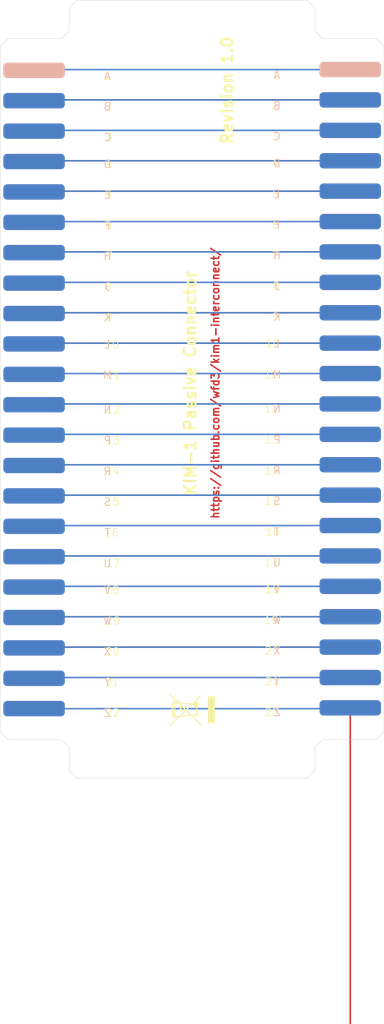
<source format=kicad_pcb>
(kicad_pcb (version 20240108) (generator "pcbnew") (generator_version "8.0")
  (layers (0 "F.Cu" signal) (31 "B.Cu" signal) (34 "B.Paste" user) (35 "F.Paste" user) (36 "B.SilkS" user "B.Silkscreen") (37 "F.SilkS" user "F.Silkscreen") (38 "B.Mask" user) (39 "F.Mask" user) (44 "Edge.Cuts" user))
  (net 0 "")
  (net 1 "Net-(J1-Pin_A)")
  (net 2 "Net-(J1-Pin_17)")
  (net 3 "Net-(J1-Pin_1)")
  (net 4 "Net-(J1-Pin_M)")
  (net 5 "Net-(J1-Pin_8)")
  (net 6 "Net-(J1-Pin_P)")
  (net 7 "Net-(J1-Pin_E)")
  (net 8 "Net-(J1-Pin_11)")
  (net 9 "Net-(J1-Pin_H)")
  (net 10 "Net-(J1-Pin_6)")
  (net 11 "Net-(J1-Pin_14)")
  (net 12 "Net-(J1-Pin_F)")
  (net 13 "Net-(J1-Pin_B)")
  (net 14 "Net-(J1-Pin_T)")
  (net 15 "Net-(J1-Pin_2)")
  (net 16 "Net-(J1-Pin_19)")
  (net 17 "Net-(J1-Pin_4)")
  (net 18 "Net-(J1-Pin_X)")
  (net 19 "Net-(J1-Pin_15)")
  (net 20 "Net-(J1-Pin_20)")
  (net 21 "Net-(J1-Pin_N)")
  (net 22 "Net-(J1-Pin_22)")
  (net 23 "Net-(J1-Pin_U)")
  (net 24 "Net-(J1-Pin_V)")
  (net 25 "Net-(J1-Pin_5)")
  (net 26 "Net-(J1-Pin_13)")
  (net 27 "Net-(J1-Pin_21)")
  (net 28 "Net-(J1-Pin_K)")
  (net 29 "Net-(J1-Pin_D)")
  (net 30 "Net-(J1-Pin_16)")
  (net 31 "Net-(J1-Pin_18)")
  (net 32 "Net-(J1-Pin_7)")
  (net 33 "Net-(J1-Pin_L)")
  (net 34 "Net-(J1-Pin_Y)")
  (net 35 "Net-(J1-Pin_10)")
  (net 36 "Net-(J1-Pin_9)")
  (net 37 "Net-(J1-Pin_S)")
  (net 38 "Net-(J1-Pin_W)")
  (net 39 "Net-(J1-Pin_C)")
  (net 40 "Net-(J1-Pin_3)")
  (net 41 "Net-(J1-Pin_12)")
  (net 42 "Net-(J1-Pin_R)")
  (net 43 "Net-(J1-Pin_J)")
  (net 44 "Net-(J1-Pin_Z)")
  (footprint "kim1:pcb_edge_connector_02x22_right" (layer "F.Cu") (at 145.04 98.96)
    (property "Reference" "J2" (hide yes))
    (property "Value" "Conn_02x22_Top_Bottom")
    (fp_text user "W" (at -4.847619 31.75 0) (layer "B.SilkS") (effects (font (thickness 0.1)) (justify right bottom mirror)))
    (fp_text user "A" (at -4.704762 -39.25 0) (layer "B.SilkS") (effects (font (thickness 0.1)) (justify right bottom mirror)))
    (fp_text user "N" (at -4.8 4.25 0) (layer "B.SilkS") (effects (font (thickness 0.1)) (justify right bottom mirror)))
    (fp_text user "V" (at -4.704762 27.75 0) (layer "B.SilkS") (effects (font (thickness 0.1)) (justify right bottom mirror)))
    (fp_text user "U" (at -4.8 24.25 0) (layer "B.SilkS") (effects (font (thickness 0.1)) (justify right bottom mirror)))
    (fp_text user "K" (at -4.77619 -7.75 0) (layer "B.SilkS") (effects (font (thickness 0.1)) (justify right bottom mirror)))
    (fp_text user "R" (at -4.77619 12.25 0) (layer "B.SilkS") (effects (font (thickness 0.1)) (justify right bottom mirror)))
    (fp_text user "Z" (at -4.752381 43.75 0) (layer "B.SilkS") (effects (font (thickness 0.1)) (justify right bottom mirror)))
    (fp_text user "P" (at -4.77619 8.25 0) (layer "B.SilkS") (effects (font (thickness 0.1)) (justify right bottom mirror)))
    (fp_text user "C" (at -4.77619 -31.25 0) (layer "B.SilkS") (effects (font (thickness 0.1)) (justify right bottom mirror)))
    (fp_text user "T" (at -4.657143 20.25 0) (layer "B.SilkS") (effects (font (thickness 0.1)) (justify right bottom mirror)))
    (fp_text user "L" (at -4.680952 -4.25 0) (layer "B.SilkS") (effects (font (thickness 0.1)) (justify right bottom mirror)))
    (fp_text user "S" (at -4.752381 16.25 0) (layer "B.SilkS") (effects (font (thickness 0.1)) (justify right bottom mirror)))
    (fp_text user "H" (at -4.8 -15.75 0) (layer "B.SilkS") (effects (font (thickness 0.1)) (justify right bottom mirror)))
    (fp_text user "E" (at -4.728571 -23.75 0) (layer "B.SilkS") (effects (font (thickness 0.1)) (justify right bottom mirror)))
    (fp_text user "B" (at -4.77619 -35.25 0) (layer "B.SilkS") (effects (font (thickness 0.1)) (justify right bottom mirror)))
    (fp_text user "Y" (at -4.704762 39.75 0) (layer "B.SilkS") (effects (font (thickness 0.1)) (justify right bottom mirror)))
    (fp_text user "J" (at -4.657143 -11.75 0) (layer "B.SilkS") (effects (font (thickness 0.1)) (justify right bottom mirror)))
    (fp_text user "F" (at -4.704762 -19.75 0) (layer "B.SilkS") (effects (font (thickness 0.1)) (justify right bottom mirror)))
    (fp_text user "D" (at -4.77619 -27.75 0) (layer "B.SilkS") (effects (font (thickness 0.1)) (justify right bottom mirror)))
    (fp_text user "X" (at -4.752381 35.75 0) (layer "B.SilkS") (effects (font (thickness 0.1)) (justify right bottom mirror)))
    (fp_text user "M" (at -4.847619 -0.25 0) (layer "B.SilkS") (effects (font (thickness 0.1)) (justify right bottom mirror)))
    (fp_text user "22" (at -3.847619 43.75 0) (layer "F.SilkS") (effects (font (thickness 0.1)) (justify right bottom)))
    (fp_text user "17" (at -3.895238 24.25 0) (layer "F.SilkS") (effects (font (thickness 0.1)) (justify right bottom)))
    (fp_text user "2" (at -3.871428 -35.25 0) (layer "F.SilkS") (effects (font (thickness 0.1)) (justify right bottom)))
    (fp_text user "6" (at -3.8 -19.75 0) (layer "F.SilkS") (effects (font (thickness 0.1)) (justify right bottom)))
    (fp_text user "1" (at -3.8 -39.25 0) (layer "F.SilkS") (effects (font (thickness 0.1)) (justify right bottom)))
    (fp_text user "12" (at -3.895238 4.25 0) (layer "F.SilkS") (effects (font (thickness 0.1)) (justify right bottom)))
    (fp_text user "13" (at -3.871428 8.25 0) (layer "F.SilkS") (effects (font (thickness 0.1)) (justify right bottom)))
    (fp_text user "8" (at -3.752381 -11.75 0) (layer "F.SilkS") (effects (font (thickness 0.1)) (justify right bottom)))
    (fp_text user "5" (at -3.823809 -23.75 0) (layer "F.SilkS") (effects (font (thickness 0.1)) (justify right bottom)))
    (fp_text user "19" (at -3.942857 31.75 0) (layer "F.SilkS") (effects (font (thickness 0.1)) (justify right bottom)))
    (fp_text user "10" (at -3.77619 -4.25 0) (layer "F.SilkS") (effects (font (thickness 0.1)) (justify right bottom)))
    (fp_text user "7" (at -3.895238 -15.75 0) (layer "F.SilkS") (effects (font (thickness 0.1)) (justify right bottom)))
    (fp_text user "9" (at -3.871428 -7.75 0) (layer "F.SilkS") (effects (font (thickness 0.1)) (justify right bottom)))
    (fp_text user "14" (at -3.871428 12.25 0) (layer "F.SilkS") (effects (font (thickness 0.1)) (justify right bottom)))
    (fp_text user "3" (at -3.871428 -31.25 0) (layer "F.SilkS") (effects (font (thickness 0.1)) (justify right bottom)))
    (fp_text user "15" (at -3.847619 16.25 0) (layer "F.SilkS") (effects (font (thickness 0.1)) (justify right bottom)))
    (fp_text user "18" (at -3.8 27.75 0) (layer "F.SilkS") (effects (font (thickness 0.1)) (justify right bottom)))
    (fp_text user "20" (at -3.847619 35.75 0) (layer "F.SilkS") (effects (font (thickness 0.1)) (justify right bottom)))
    (fp_text user "11" (at -3.942857 -0.25 0) (layer "F.SilkS") (effects (font (thickness 0.1)) (justify right bottom)))
    (fp_text user "21" (at -3.8 39.75 0) (layer "F.SilkS") (effects (font (thickness 0.1)) (justify right bottom)))
    (fp_text user "16" (at -3.752381 20.25 0) (layer "F.SilkS") (effects (font (thickness 0.1)) (justify right bottom)))
    (fp_text user "4" (at -3.871428 -27.75 0) (layer "F.SilkS") (effects (font (thickness 0.1)) (justify right bottom)))
    (pad "1" connect roundrect (at 5.35 -40.55) (size 8 2) (layers "F.Cu" "F.Mask") (net 3 "Net-(J1-Pin_1)"))
    (pad "2" connect roundrect (at 5.35 -36.6) (size 8 2) (layers "F.Cu" "F.Mask") (net 15 "Net-(J1-Pin_2)"))
    (pad "3" connect roundrect (at 5.35 -32.63) (size 8 2) (layers "F.Cu" "F.Mask") (net 40 "Net-(J1-Pin_3)"))
    (pad "4" connect roundrect (at 5.35 -28.67) (size 8 2) (layers "F.Cu" "F.Mask") (net 17 "Net-(J1-Pin_4)"))
    (pad "5" connect roundrect (at 5.35 -24.71) (size 8 2) (layers "F.Cu" "F.Mask") (net 25 "Net-(J1-Pin_5)"))
    (pad "6" connect roundrect (at 5.35 -20.75) (size 8 2) (layers "F.Cu" "F.Mask") (net 10 "Net-(J1-Pin_6)"))
    (pad "7" connect roundrect (at 5.35 -16.8) (size 8 2) (layers "F.Cu" "F.Mask") (net 32 "Net-(J1-Pin_7)"))
    (pad "8" connect roundrect (at 5.35 -12.83) (size 8 2) (layers "F.Cu" "F.Mask") (net 5 "Net-(J1-Pin_8)"))
    (pad "9" connect roundrect (at 5.35 -8.87) (size 8 2) (layers "F.Cu" "F.Mask") (net 36 "Net-(J1-Pin_9)"))
    (pad "10" connect roundrect (at 5.35 -4.91) (size 8 2) (layers "F.Cu" "F.Mask") (net 35 "Net-(J1-Pin_10)"))
    (pad "11" connect roundrect (at 5.35 -0.95) (size 8 2) (layers "F.Cu" "F.Mask") (net 8 "Net-(J1-Pin_11)"))
    (pad "12" connect roundrect (at 5.35 3.01) (size 8 2) (layers "F.Cu" "F.Mask") (net 41 "Net-(J1-Pin_12)"))
    (pad "13" connect roundrect (at 5.35 6.97) (size 8 2) (layers "F.Cu" "F.Mask") (net 26 "Net-(J1-Pin_13)"))
    (pad "14" connect roundrect (at 5.35 10.93) (size 8 2) (layers "F.Cu" "F.Mask") (net 11 "Net-(J1-Pin_14)"))
    (pad "15" connect roundrect (at 5.35 14.89) (size 8 2) (layers "F.Cu" "F.Mask") (net 19 "Net-(J1-Pin_15)"))
    (pad "16" connect roundrect (at 5.35 18.85) (size 8 2) (layers "F.Cu" "F.Mask") (net 30 "Net-(J1-Pin_16)"))
    (pad "17" connect roundrect (at 5.35 22.81) (size 8 2) (layers "F.Cu" "F.Mask") (net 2 "Net-(J1-Pin_17)"))
    (pad "18" connect roundrect (at 5.35 26.77) (size 8 2) (layers "F.Cu" "F.Mask") (net 31 "Net-(J1-Pin_18)"))
    (pad "19" connect roundrect (at 5.35 30.73) (size 8 2) (layers "F.Cu" "F.Mask") (net 16 "Net-(J1-Pin_19)"))
    (pad "20" connect roundrect (at 5.35 34.69) (size 8 2) (layers "F.Cu" "F.Mask") (net 20 "Net-(J1-Pin_20)"))
    (pad "21" connect roundrect (at 5.35 38.65) (size 8 2) (layers "F.Cu" "F.Mask") (net 27 "Net-(J1-Pin_21)"))
    (pad "22" connect roundrect (at 5.35 42.6) (size 8 2) (layers "F.Cu" "F.Mask") (net 22 "Net-(J1-Pin_22)"))
    (pad "A" connect roundrect (at 5.35 -40.55) (size 8 2) (layers "B.Cu" "B.SilkS" "F.Mask") (net 1 "Net-(J1-Pin_A)"))
    (pad "B" connect roundrect (at 5.35 -36.6) (size 8 2) (layers "B.Cu" "F.Mask") (net 13 "Net-(J1-Pin_B)"))
    (pad "C" connect roundrect (at 5.35 -32.63) (size 8 2) (layers "B.Cu" "F.Mask") (net 39 "Net-(J1-Pin_C)"))
    (pad "D" connect roundrect (at 5.35 -28.67) (size 8 2) (layers "B.Cu" "F.Mask") (net 29 "Net-(J1-Pin_D)"))
    (pad "E" connect roundrect (at 5.35 -24.71) (size 8 2) (layers "B.Cu" "F.Mask") (net 7 "Net-(J1-Pin_E)"))
    (pad "F" connect roundrect (at 5.35 -20.75) (size 8 2) (layers "B.Cu" "F.Mask") (net 12 "Net-(J1-Pin_F)"))
    (pad "H" connect roundrect (at 5.35 -16.8) (size 8 2) (layers "B.Cu" "F.Mask") (net 9 "Net-(J1-Pin_H)"))
    (pad "J" connect roundrect (at 5.35 -12.83) (size 8 2) (layers "B.Cu" "F.Mask") (net 43 "Net-(J1-Pin_J)"))
    (pad "K" connect roundrect (at 5.35 -8.87) (size 8 2) (layers "B.Cu" "F.Mask") (net 28 "Net-(J1-Pin_K)"))
    (pad "L" connect roundrect (at 5.35 -4.91) (size 8 2) (layers "B.Cu" "F.Mask") (net 33 "Net-(J1-Pin_L)"))
    (pad "M" connect roundrect (at 5.35 -0.95) (size 8 2) (layers "B.Cu" "F.Mask") (net 4 "Net-(J1-Pin_M)"))
    (pad "N" connect roundrect (at 5.35 3.01) (size 8 2) (layers "B.Cu" "F.Mask") (net 21 "Net-(J1-Pin_N)"))
    (pad "P" connect roundrect (at 5.35 6.97) (size 8 2) (layers "B.Cu" "F.Mask") (net 6 "Net-(J1-Pin_P)"))
    (pad "R" connect roundrect (at 5.35 10.93) (size 8 2) (layers "B.Cu" "F.Mask") (net 42 "Net-(J1-Pin_R)"))
    (pad "S" connect roundrect (at 5.35 14.89) (size 8 2) (layers "B.Cu" "F.Mask") (net 37 "Net-(J1-Pin_S)"))
    (pad "T" connect roundrect (at 5.35 18.85) (size 8 2) (layers "B.Cu" "F.Mask") (net 14 "Net-(J1-Pin_T)"))
    (pad "U" connect roundrect (at 5.35 22.81) (size 8 2) (layers "B.Cu" "F.Mask") (net 23 "Net-(J1-Pin_U)"))
    (pad "V" connect roundrect (at 5.35 26.77) (size 8 2) (layers "B.Cu" "F.Mask") (net 24 "Net-(J1-Pin_V)"))
    (pad "W" connect roundrect (at 5.35 30.73) (size 8 2) (layers "B.Cu" "F.Mask") (net 38 "Net-(J1-Pin_W)"))
    (pad "X" connect roundrect (at 5.35 34.69) (size 8 2) (layers "B.Cu" "F.Mask") (net 18 "Net-(J1-Pin_X)"))
    (pad "Y" connect roundrect (at 5.35 38.65) (size 8 2) (layers "B.Cu" "F.Mask") (net 34 "Net-(J1-Pin_Y)"))
    (pad "Z" connect roundrect (at 5.35 42.6) (size 8 2) (layers "B.Cu" "F.Mask") (net 44 "Net-(J1-Pin_Z)"))
  )
  (footprint "Symbol:WEEE-Logo_4.2x6mm_SilkScreen" (layer "F.Cu") (at 129.71 141.81 90)
    (property "Reference" "REF**" (hide yes))
    (property "Value" "WEEE-Logo_4.2x6mm_SilkScreen" (hide yes))
    (fp_poly (pts (xy 1.747822 3.017822) (xy -1.772971 3.017822) (xy -1.772971 2.150198) (xy 1.747822 2.150198) (xy 1.747822 3.017822)) (stroke (width 0.01)) (fill solid) (layer "F.SilkS"))
    (fp_poly (pts (xy 2.12443 -2.935152) (xy 2.123811 -2.848069) (xy 1.672086 -2.389109) (xy 1.220361 -1.930148) (xy 1.220032 -1.719529) (xy 1.219703 -1.508911) (xy 0.94461 -1.508911) (xy 0.937522 -1.45547) (xy 0.934838 -1.431112) (xy 0.930313 -1.385241) (xy 0.924191 -1.320595) (xy 0.916712 -1.239909) (xy 0.908119 -1.145919) (xy 0.898654 -1.041363) (xy 0.888558 -0.928975) (xy 0.878074 -0.811493) (xy 0.867444 -0.691652) (xy 0.856909 -0.572189) (xy 0.846713 -0.455841) (xy 0.837095 -0.345343) (xy 0.8283 -0.243431) (xy 0.820568 -0.152842) (xy 0.814142 -0.076313) (xy 0.809263 -0.016579) (xy 0.806175 0.023624) (xy 0.805117 0.041559) (xy 0.805118 0.041644) (xy 0.812827 0.056035) (xy 0.835981 0.085748) (xy 0.874895 0.131131) (xy 0.929884 0.192529) (xy 1.001264 0.270288) (xy 1.089349 0.364754) (xy 1.194454 0.476272) (xy 1.316895 0.605188) (xy 1.35131 0.641287) (xy 1.897137 1.213416) (xy 1.808881 1.301436) (xy 1.737485 1.223758) (xy 1.711366 1.195686) (xy 1.670566 1.152274) (xy 1.617777 1.096366) (xy 1.555691 1.030808) (xy 1.487 0.958441) (xy 1.414396 0.882112) (xy 1.37096 0.836524) (xy 1.289416 0.751119) (xy 1.223504 0.68271) (xy 1.171544 0.630053) (xy 1.131855 0.591905) (xy 1.102757 0.56702) (xy 1.082569 0.554156) (xy 1.06961 0.552068) (xy 1.0622 0.559513) (xy 1.058658 0.575246) (xy 1.057303 0.598023) (xy 1.057121 0.604239) (xy 1.047703 0.647061) (xy 1.024497 0.698819) (xy 0.992136 0.751328) (xy 0.955252 0.796403) (xy 0.940493 0.810328) (xy 0.864767 0.859047) (xy 0.776308 0.886306) (xy 0.6981 0.892773) (xy 0.609468 0.880576) (xy 0.527612 0.844813) (xy 0.455164 0.786722) (xy 0.441797 0.772262) (xy 0.392918 0.716733) (xy -0.452674 0.716733) (xy -0.452674 0.892773) (xy -0.67901 0.892773) (xy -0.67901 0.810531) (xy -0.68185 0.754386) (xy -0.691393 0.715416) (xy -0.702991 0.694219) (xy -0.711277 0.679052) (xy -0.718373 0.657062) (xy -0.724748 0.624987) (xy -0.730872 0.579569) (xy -0.737216 0.517548) (xy -0.74425 0.435662) (xy -0.749066 0.374746) (xy -0.771161 0.089343) (xy -1.313565 0.638805) (xy -1.411637 0.738228) (xy -1.505784 0.833815) (xy -1.594285 0.92381) (xy -1.67542 1.006457) (xy -1.747469 1.080001) (xy -1.808712 1.142684) (xy -1.857427 1.192752) (xy -1.891896 1.228448) (xy -1.910379 1.247995) (xy -1.940743 1.278944) (xy -1.966071 1.30053) (xy -1.979695 1.307723) (xy -1.997095 1.299297) (xy -2.02246 1.278245) (xy -2.031058 1.269671) (xy -2.067514 1.23162) (xy -1.866802 1.027658) (xy -1.815596 0.975699) (xy -1.749569 0.90882) (xy -1.671618 0.82995) (xy -1.584638 0.742014) (xy -1.491526 0.647941) (xy -1.395179 0.550658) (xy -1.298492 0.453093) (xy -1.229134 0.383145) (xy -1.123703 0.27655) (xy -1.035129 0.186307) (xy -0.962281 0.111192) (xy -0.904023 0.049986) (xy -0.859225 0.001466) (xy -0.837021 -0.023871) (xy -0.658724 -0.023871) (xy -0.636401 0.261555) (xy -0.629669 0.345219) (xy -0.623157 0.421727) (xy -0.617234 0.487081) (xy -0.612268 0.537281) (xy -0.608629 0.568329) (xy -0.607458 0.575273) (xy -0.600838 0.603565) (xy 0.348636 0.603565) (xy 0.354974 0.524606) (xy 0.37411 0.431315) (xy 0.414154 0.348791) (xy 0.472582 0.280038) (xy 0.546871 0.228063) (xy 0.630252 0.196863) (xy 0.657302 0.182228) (xy 0.670844 0.150819) (xy 0.671128 0.149434) (xy 0.672753 0.136174) (xy 0.670744 0.122595) (xy 0.663142 0.106181) (xy 0.647984 0.084411) (xy 0.623312 0.054767) (xy 0.587164 0.014732) (xy 0.53758 -0.038215) (xy 0.472599 -0.106591) (xy 0.468401 -0.110995) (xy 0.398507 -0.184389) (xy 0.3242 -0.262563) (xy 0.250586 -0.340136) (xy 0.182771 -0.411725) (xy 0.12586 -0.471949) (xy 0.113168 -0.485413) (xy 0.064513 -0.53618) (xy 0.021291 -0.579625) (xy -0.013395 -0.612759) (xy -0.036444 -0.632595) (xy -0.044182 -0.636954) (xy -0.055722 -0.62783) (xy -0.08271 -0.6028) (xy -0.123021 -0.563948) (xy -0.174529 -0.513357) (xy -0.235109 -0.453112) (xy -0.302636 -0.385296) (xy -0.357826 -0.329435) (xy -0.658724 -0.023871) (xy -0.837021 -0.023871) (xy -0.826751 -0.035589) (xy -0.805471 -0.062401) (xy -0.794251 -0.080192) (xy -0.791754 -0.08843) (xy -0.7927 -0.10641) (xy -0.795573 -0.147108) (xy -0.800187 -0.208181) (xy -0.806358 -0.287287) (xy -0.813898 -0.382086) (xy -0.822621 -0.490233) (xy -0.832343 -0.609388) (xy -0.842876 -0.737209) (xy -0.851365 -0.839365) (xy -0.899396 -1.415326) (xy -0.775805 -1.415326) (xy -0.775273 -1.402896) (xy -0.772769 -1.36789) (xy -0.768496 -1.312785) (xy -0.762653 -1.240057) (xy -0.755443 -1.152186) (xy -0.747066 -1.051649) (xy -0.737723 -0.940923) (xy -0.728758 -0.835795) (xy -0.718602 -0.716517) (xy -0.709142 -0.60392) (xy -0.700596 -0.500695) (xy -0.693179 -0.409527) (xy -0.687108 -0.333105) (xy -0.682601 -0.274117) (xy -0.679873 -0.235251) (xy -0.679116 -0.220156) (xy -0.677935 -0.210762) (xy -0.673256 -0.207034) (xy -0.663276 -0.210529) (xy -0.64619 -0.222801) (xy -0.620196 -0.245406) (xy -0.58349 -0.2799) (xy -0.534267 -0.327838) (xy -0.470726 -0.390776) (xy -0.403305 -0.458032) (xy -0.127601 -0.733523) (xy -0.129533 -0.735594) (xy 0.05271 -0.735594) (xy 0.061016 -0.72422) (xy 0.084267 -0.697437) (xy 0.120135 -0.657708) (xy 0.166287 -0.607493) (xy 0.220394 -0.549254) (xy 0.280126 -0.485453) (xy 0.343152 -0.418551) (xy 0.407142 -0.35101) (xy 0.469764 -0.28529) (xy 0.52869 -0.223854) (xy 0.581588 -0.169163) (xy 0.626128 -0.123678) (xy 0.65998 -0.089862) (xy 0.680812 -0.070174) (xy 0.686494 -0.066163) (xy 0.688366 -0.079109) (xy 0.692254 -0.114866) (xy 0.697943 -0.171196) (xy 0.705219 -0.24586) (xy 0.713869 -0.33662) (xy 0.723678 -0.441238) (xy 0.734434 -0.557474) (xy 0.745921 -0.683092) (xy 0.755093 -0.784382) (xy 0.766826 -0.915721) (xy 0.777665 -1.039448) (xy 0.78743 -1.153319) (xy 0.795937 -1.255089) (xy 0.803005 -1.342513) (xy 0.808451 -1.413347) (xy 0.812092 -1.465347) (xy 0.813747 -1.496268) (xy 0.813558 -1.504297) (xy 0.803666 -1.497146) (xy 0.778476 -1.474159) (xy 0.74019 -1.437561) (xy 0.691011 -1.389578) (xy 0.633139 -1.332434) (xy 0.568778 -1.268353) (xy 0.500129 -1.199562) (xy 0.429395 -1.128284) (xy 0.358778 -1.056745) (xy 0.29048 -0.98717) (xy 0.226704 -0.921783) (xy 0.16965 -0.862809) (xy 0.121522 -0.812473) (xy 0.084522 -0.773001) (xy 0.060852 -0.746617) (xy 0.05271 -0.735594) (xy -0.129533 -0.735594) (xy -0.230409 -0.843705) (xy -0.282768 -0.899623) (xy -0.341535 -0.962052) (xy -0.404385 -1.028557) (xy -0.468995 -1.096702) (xy -0.533042 -1.164052) (xy -0.594203 -1.228172) (xy -0.650153 -1.286628) (xy -0.69857 -1.336982) (xy -0.73713 -1.376802) (xy -0.763509 -1.40365) (xy -0.775384 -1.415092) (xy -0.775805 -1.415326) (xy -0.899396 -1.415326) (xy -0.911401 -1.559274) (xy -1.511938 -2.190842) (xy -2.112475 -2.822411) (xy -2.112034 -2.910685) (xy -2.111592 -2.99896) (xy -2.014583 -2.895334) (xy -1.960291 -2.837537) (xy -1.896192 -2.769632) (xy -1.824016 -2.693428) (xy -1.745492 -2.610731) (xy -1.662349 -2.523347) (xy -1.576319 -2.433085) (xy -1.48913 -2.34175) (xy -1.402513 -2.251151) (xy -1.318197 -2.163093) (xy -1.237912 -2.079385) (xy -1.163387 -2.001833) (xy -1.096354 -1.932243) (xy -1.038541 -1.872424) (xy -0.991679 -1.824182) (xy -0.957496 -1.789324) (xy -0.937724 -1.769657) (xy -0.93339 -1.765884) (xy -0.933092 -1.779008) (xy -0.934731 -1.812611) (xy -0.938023 -1.86212) (xy -0.942682 -1.922963) (xy -0.944682 -1.947268) (xy -0.959577 -2.125049) (xy -0.842955 -2.125049) (xy -0.836934 -2.096757) (xy -0.833863 -2.074382) (xy -0.829548 -2.032283) (xy -0.824488 -1.975822) (xy -0.819181 -1.910365) (xy -0.817344 -1.886138) (xy -0.811927 -1.816579) (xy -0.806459 -1.751982) (xy -0.801488 -1.698452) (xy -0.797561 -1.66209) (xy -0.796675 -1.655491) (xy -0.793334 -1.641944) (xy -0.786101 -1.626086) (xy -0.77344 -1.606139) (xy -0.753811 -1.580327) (xy -0.725678 -1.546871) (xy -0.687502 -1.503993) (xy -0.637746 -1.449917) (xy -0.574871 -1.382864) (xy -0.497341 -1.301057) (xy -0.418251 -1.21805) (xy -0.339564 -1.135906) (xy -0.266112 -1.059831) (xy -0.199724 -0.991675) (xy -0.142227 -0.933288) (xy -0.095451 -0.886519) (xy -0.061224 -0.853218) (xy -0.041373 -0.835233) (xy -0.03714 -0.832558) (xy -0.026003 -0.842259) (xy 0.000029 -0.867559) (xy 0.03843 -0.905918) (xy 0.086672 -0.9548) (xy 0.14223 -1.011666) (xy 0.182408 -1.053094) (xy 0.392169 -1.27) (xy -0.226337 -1.27) (xy -0.226337 -1.508911) (xy 0.528119 -1.508911) (xy 0.528119 -1.402458) (xy 0.666435 -1.540346) (xy 0.764553 -1.63816) (xy 0.955643 -1.63816) (xy 0.957471 -1.62273) (xy 0.966723 -1.614133) (xy 0.98905 -1.610387) (xy 1.030105 -1.609511) (xy 1.037376 -1.609505) (xy 1.119109 -1.609505) (xy 1.119109 -1.828828) (xy 1.037376 -1.747821) (xy 0.99127 -1.698572) (xy 0.963694 -1.660841) (xy 0.955643 -1.63816) (xy 0.764553 -1.63816) (xy 0.804752 -1.678234) (xy 0.804752 -1.801048) (xy 0.805137 -1.85755) (xy 0.8069 -1.893495) (xy 0.81095 -1.91347) (xy 0.818199 -1.922063) (xy 0.82913 -1.923861) (xy 0.841288 -1.926502) (xy 0.850273 -1.937088) (xy 0.857174 -1.959619) (xy 0.863076 -1.998091) (xy 0.869065 -2.056502) (xy 0.870987 -2.077896) (xy 0.875148 -2.125049) (xy -0.842955 -2.125049) (xy -0.959577 -2.125049) (xy -1.119109 -2.125049) (xy -1.119109 -2.238218) (xy -1.051314 -2.238218) (xy -1.011662 -2.239304) (xy -0.990116 -2.244546) (xy -0.98748 -2.247666) (xy -0.848616 -2.247666) (xy -0.841308 -2.240538) (xy -0.815993 -2.238338) (xy -0.798908 -2.238218) (xy -0.741881 -2.238218) (xy -0.529221 -2.238218) (xy 0.885302 -2.238218) (xy 0.837458 -2.287214) (xy 0.76315 -2.347676) (xy 0.671184 -2.394309) (xy 0.560002 -2.427751) (xy 0.449529 -2.446247) (xy 0.377227 -2.454878) (xy 0.377227 -2.36396) (xy -0.201188 -2.36396) (xy -0.201188 -2.467107) (xy -0.286065 -2.458504) (xy -0.345368 -2.451244) (xy -0.408551 -2.441621) (xy -0.446386 -2.434748) (xy -0.521832 -2.419593) (xy -0.525526 -2.328905) (xy -0.529221 -2.238218) (xy -0.741881 -2.238218) (xy -0.741881 -2.288515) (xy -0.743544 -2.320024) (xy -0.747697 -2.337537) (xy -0.749371 -2.338812) (xy -0.767987 -2.330746) (xy -0.795183 -2.31118) (xy -0.822448 -2.287056) (xy -0.841267 -2.265318) (xy -0.842943 -2.262492) (xy -0.848616 -2.247666) (xy -0.98748 -2.247666) (xy -0.979662 -2.256919) (xy -0.975442 -2.270396) (xy -0.958219 -2.305373) (xy -0.925138 -2.347421) (xy -0.881893 -2.390644) (xy -0.834174 -2.429146) (xy -0.80283 -2.449199) (xy -0.767123 -2.471149) (xy -0.748819 -2.489589) (xy -0.742388 -2.511332) (xy -0.741894 -2.524282) (xy -0.741894 -2.527425) (xy -0.100594 -2.527425) (xy -0.100594 -2.464554) (xy 0.276633 -2.464554) (xy 0.276633 -2.527425) (xy -0.100594 -2.527425) (xy -0.741894 -2.527425) (xy -0.741881 -2.565148) (xy -0.636048 -2.565148) (xy -0.587355 -2.563971) (xy -0.549405 -2.560835) (xy -0.528308 -2.556329) (xy -0.526023 -2.554505) (xy -0.512641 -2.551705) (xy -0.480074 -2.552852) (xy -0.433916 -2.557607) (xy -0.402376 -2.561997) (xy -0.345188 -2.570622) (xy -0.292886 -2.578409) (xy -0.253582 -2.584153) (xy -0.242055 -2.585785) (xy -0.211937 -2.595112) (xy -0.201188 -2.609728) (xy -0.19792 -2.61568) (xy -0.18623 -2.620222) (xy -0.163288 -2.62353) (xy -0.126265 -2.625785) (xy -0.072332 -2.627166) (xy 0.00134 -2.62785) (xy 0.08802 -2.62802) (xy 0.180529 -2.627923) (xy 0.250906 -2.62747) (xy 0.302164 -2.62641) (xy 0.33732 -2.624497) (xy 0.359389 -2.621481) (xy 0.371385 -2.617115) (xy 0.376324 -2.611151) (xy 0.377227 -2.604216) (xy 0.384921 -2.582205) (xy 0.410121 -2.569679) (xy 0.456009 -2.565212) (xy 0.464264 -2.565148) (xy 0.541973 -2.557132) (xy 0.630233 -2.535064) (xy 0.721085 -2.501916) (xy 0.80657 -2.460661) (xy 0.878726 -2.414269) (xy 0.888072 -2.406918) (xy 0.918533 -2.383002) (xy 0.936572 -2.373424) (xy 0.949169 -2.37652) (xy 0.9621 -2.389296) (xy 1.000293 -2.414322) (xy 1.049998 -2.423929) (xy 1.103524 -2.418933) (xy 1.153178 -2.400149) (xy 1.191267 -2.368394) (xy 1.194025 -2.364703) (xy 1.222526 -2.305425) (xy 1.227828 -2.244066) (xy 1.210518 -2.185573) (xy 1.17118 -2.134896) (xy 1.16637 -2.130711) (xy 1.13844 -2.110833) (xy 1.110102 -2.102079) (xy 1.070263 -2.101447) (xy 1.060311 -2.102008) (xy 1.021332 -2.103438) (xy 1.001254 -2.100161) (xy 0.993985 -2.090272) (xy 0.99324 -2.081039) (xy 0.991716 -2.054256) (xy 0.987935 -2.013975) (xy 0.985218 -1.989876) (xy 0.981277 -1.951599) (xy 0.982916 -1.932004) (xy 0.992421 -1.924842) (xy 1.009351 -1.923861) (xy 1.019392 -1.927099) (xy 1.03559 -1.93758) (xy 1.059145 -1.956452) (xy 1.091257 -1.984865) (xy 1.133128 -2.023965) (xy 1.185957 -2.074903) (xy 1.250945 -2.138827) (xy 1.329291 -2.216886) (xy 1.422197 -2.310228) (xy 1.530863 -2.420002) (xy 1.583231 -2.473048) (xy 2.125049 -3.022233) (xy 2.12443 -2.935152)) (stroke (width 0.01)) (fill solid) (layer "F.SilkS"))
  )
  (footprint "kim1:pcb_edge_connector_02x22_left" (layer "F.Cu") (at 111.83 99.06)
    (property "Reference" "J1" (hide yes))
    (property "Value" "Conn_02x22_Top_Bottom")
    (fp_text user "U" (at 7.5 24.25 0) (layer "B.SilkS") (effects (font (thickness 0.1)) (justify left bottom mirror)))
    (fp_text user "X" (at 7.452381 35.75 0) (layer "B.SilkS") (effects (font (thickness 0.1)) (justify left bottom mirror)))
    (fp_text user "Y" (at 7.404762 39.75 0) (layer "B.SilkS") (effects (font (thickness 0.1)) (justify left bottom mirror)))
    (fp_text user "L" (at 7.380952 -4.25 0) (layer "B.SilkS") (effects (font (thickness 0.1)) (justify left bottom mirror)))
    (fp_text user "M" (at 7.547619 -0.25 0) (layer "B.SilkS") (effects (font (thickness 0.1)) (justify left bottom mirror)))
    (fp_text user "R" (at 7.47619 12.25 0) (layer "B.SilkS") (effects (font (thickness 0.1)) (justify left bottom mirror)))
    (fp_text user "D" (at 7.47619 -27.75 0) (layer "B.SilkS") (effects (font (thickness 0.1)) (justify left bottom mirror)))
    (fp_text user "P" (at 7.47619 8.25 0) (layer "B.SilkS") (effects (font (thickness 0.1)) (justify left bottom mirror)))
    (fp_text user "T" (at 7.357143 20.25 0) (layer "B.SilkS") (effects (font (thickness 0.1)) (justify left bottom mirror)))
    (fp_text user "F" (at 7.404762 -19.75 0) (layer "B.SilkS") (effects (font (thickness 0.1)) (justify left bottom mirror)))
    (fp_text user "B" (at 7.47619 -35.25 0) (layer "B.SilkS") (effects (font (thickness 0.1)) (justify left bottom mirror)))
    (fp_text user "A" (at 7.404762 -39.25 0) (layer "B.SilkS") (effects (font (thickness 0.1)) (justify left bottom mirror)))
    (fp_text user "E" (at 7.428571 -23.75 0) (layer "B.SilkS") (effects (font (thickness 0.1)) (justify left bottom mirror)))
    (fp_text user "C" (at 7.47619 -31.25 0) (layer "B.SilkS") (effects (font (thickness 0.1)) (justify left bottom mirror)))
    (fp_text user "N" (at 7.5 4.25 0) (layer "B.SilkS") (effects (font (thickness 0.1)) (justify left bottom mirror)))
    (fp_text user "K" (at 7.47619 -7.75 0) (layer "B.SilkS") (effects (font (thickness 0.1)) (justify left bottom mirror)))
    (fp_text user "S" (at 7.452381 16.25 0) (layer "B.SilkS") (effects (font (thickness 0.1)) (justify left bottom mirror)))
    (fp_text user "V" (at 7.404762 27.75 0) (layer "B.SilkS") (effects (font (thickness 0.1)) (justify left bottom mirror)))
    (fp_text user "J" (at 7.357143 -11.75 0) (layer "B.SilkS") (effects (font (thickness 0.1)) (justify left bottom mirror)))
    (fp_text user "W" (at 7.547619 31.75 0) (layer "B.SilkS") (effects (font (thickness 0.1)) (justify left bottom mirror)))
    (fp_text user "Z" (at 7.452381 43.75 0) (layer "B.SilkS") (effects (font (thickness 0.1)) (justify left bottom mirror)))
    (fp_text user "H" (at 7.5 -15.75 0) (layer "B.SilkS") (effects (font (thickness 0.1)) (justify left bottom mirror)))
    (fp_text user "13" (at 6.571428 8.25 0) (layer "F.SilkS") (effects (font (thickness 0.1)) (justify left bottom)))
    (fp_text user "22" (at 6.547619 43.75 0) (layer "F.SilkS") (effects (font (thickness 0.1)) (justify left bottom)))
    (fp_text user "12" (at 6.595238 4.25 0) (layer "F.SilkS") (effects (font (thickness 0.1)) (justify left bottom)))
    (fp_text user "11" (at 6.642857 -0.25 0) (layer "F.SilkS") (effects (font (thickness 0.1)) (justify left bottom)))
    (fp_text user "17" (at 6.595238 24.25 0) (layer "F.SilkS") (effects (font (thickness 0.1)) (justify left bottom)))
    (fp_text user "2" (at 6.571428 -35.25 0) (layer "F.SilkS") (effects (font (thickness 0.1)) (justify left bottom)))
    (fp_text user "9" (at 6.571428 -7.75 0) (layer "F.SilkS") (effects (font (thickness 0.1)) (justify left bottom)))
    (fp_text user "7" (at 6.595238 -15.75 0) (layer "F.SilkS") (effects (font (thickness 0.1)) (justify left bottom)))
    (fp_text user "3" (at 6.571428 -31.25 0) (layer "F.SilkS") (effects (font (thickness 0.1)) (justify left bottom)))
    (fp_text user "15" (at 6.547619 16.25 0) (layer "F.SilkS") (effects (font (thickness 0.1)) (justify left bottom)))
    (fp_text user "5" (at 6.523809 -23.75 0) (layer "F.SilkS") (effects (font (thickness 0.1)) (justify left bottom)))
    (fp_text user "20" (at 6.547619 35.75 0) (layer "F.SilkS") (effects (font (thickness 0.1)) (justify left bottom)))
    (fp_text user "6" (at 6.5 -19.75 0) (layer "F.SilkS") (effects (font (thickness 0.1)) (justify left bottom)))
    (fp_text user "10" (at 6.47619 -4.25 0) (layer "F.SilkS") (effects (font (thickness 0.1)) (justify left bottom)))
    (fp_text user "19" (at 6.642857 31.75 0) (layer "F.SilkS") (effects (font (thickness 0.1)) (justify left bottom)))
    (fp_text user "21" (at 6.5 39.75 0) (layer "F.SilkS") (effects (font (thickness 0.1)) (justify left bottom)))
    (fp_text user "4" (at 6.571428 -27.75 0) (layer "F.SilkS") (effects (font (thickness 0.1)) (justify left bottom)))
    (fp_text user "14" (at 6.571428 12.25 0) (layer "F.SilkS") (effects (font (thickness 0.1)) (justify left bottom)))
    (fp_text user "18" (at 6.5 27.75 0) (layer "F.SilkS") (effects (font (thickness 0.1)) (justify left bottom)))
    (fp_text user "16" (at 6.452381 20.25 0) (layer "F.SilkS") (effects (font (thickness 0.1)) (justify left bottom)))
    (fp_text user "1" (at 6.5 -39.25 0) (layer "F.SilkS") (effects (font (thickness 0.1)) (justify left bottom)))
    (fp_text user "8" (at 6.452381 -11.75 0) (layer "F.SilkS") (effects (font (thickness 0.1)) (justify left bottom)))
    (pad "1" connect roundrect (at -2.65 -40.55) (size 8 2) (layers "F.Cu" "F.Mask") (net 3 "Net-(J1-Pin_1)"))
    (pad "2" connect roundrect (at -2.65 -36.6) (size 8 2) (layers "F.Cu" "F.Mask") (net 15 "Net-(J1-Pin_2)"))
    (pad "3" connect roundrect (at -2.65 -32.63) (size 8 2) (layers "F.Cu" "F.Mask") (net 40 "Net-(J1-Pin_3)"))
    (pad "4" connect roundrect (at -2.65 -28.67) (size 8 2) (layers "F.Cu" "F.Mask") (net 17 "Net-(J1-Pin_4)"))
    (pad "5" connect roundrect (at -2.65 -24.71) (size 8 2) (layers "F.Cu" "F.Mask") (net 25 "Net-(J1-Pin_5)"))
    (pad "6" connect roundrect (at -2.65 -20.75) (size 8 2) (layers "F.Cu" "F.Mask") (net 10 "Net-(J1-Pin_6)"))
    (pad "7" connect roundrect (at -2.65 -16.8) (size 8 2) (layers "F.Cu" "F.Mask") (net 32 "Net-(J1-Pin_7)"))
    (pad "8" connect roundrect (at -2.65 -12.83) (size 8 2) (layers "F.Cu" "F.Mask") (net 5 "Net-(J1-Pin_8)"))
    (pad "9" connect roundrect (at -2.65 -8.87) (size 8 2) (layers "F.Cu" "F.Mask") (net 36 "Net-(J1-Pin_9)"))
    (pad "10" connect roundrect (at -2.65 -4.91) (size 8 2) (layers "F.Cu" "F.Mask") (net 35 "Net-(J1-Pin_10)"))
    (pad "11" connect roundrect (at -2.65 -0.95) (size 8 2) (layers "F.Cu" "F.Mask") (net 8 "Net-(J1-Pin_11)"))
    (pad "12" connect roundrect (at -2.65 3.01) (size 8 2) (layers "F.Cu" "F.Mask") (net 41 "Net-(J1-Pin_12)"))
    (pad "13" connect roundrect (at -2.65 6.97) (size 8 2) (layers "F.Cu" "F.Mask") (net 26 "Net-(J1-Pin_13)"))
    (pad "14" connect roundrect (at -2.65 10.93) (size 8 2) (layers "F.Cu" "F.Mask") (net 11 "Net-(J1-Pin_14)"))
    (pad "15" connect roundrect (at -2.65 14.89) (size 8 2) (layers "F.Cu" "F.Mask") (net 19 "Net-(J1-Pin_15)"))
    (pad "16" connect roundrect (at -2.65 18.85) (size 8 2) (layers "F.Cu" "F.Mask") (net 30 "Net-(J1-Pin_16)"))
    (pad "17" connect roundrect (at -2.65 22.81) (size 8 2) (layers "F.Cu" "F.Mask") (net 2 "Net-(J1-Pin_17)"))
    (pad "18" connect roundrect (at -2.65 26.77) (size 8 2) (layers "F.Cu" "F.Mask") (net 31 "Net-(J1-Pin_18)"))
    (pad "19" connect roundrect (at -2.65 30.73) (size 8 2) (layers "F.Cu" "F.Mask") (net 16 "Net-(J1-Pin_19)"))
    (pad "20" connect roundrect (at -2.65 34.69) (size 8 2) (layers "F.Cu" "F.Mask") (net 20 "Net-(J1-Pin_20)"))
    (pad "21" connect roundrect (at -2.65 38.65) (size 8 2) (layers "F.Cu" "F.Mask") (net 27 "Net-(J1-Pin_21)"))
    (pad "22" connect roundrect (at -2.65 42.6) (size 8 2) (layers "F.Cu" "F.Mask") (net 22 "Net-(J1-Pin_22)"))
    (pad "A" connect roundrect (at -2.65 -40.55) (size 8 2) (layers "B.Cu" "B.SilkS" "F.Mask") (net 1 "Net-(J1-Pin_A)"))
    (pad "B" connect roundrect (at -2.65 -36.6) (size 8 2) (layers "B.Cu" "F.Mask") (net 13 "Net-(J1-Pin_B)"))
    (pad "C" connect roundrect (at -2.65 -32.63) (size 8 2) (layers "B.Cu" "F.Mask") (net 39 "Net-(J1-Pin_C)"))
    (pad "D" connect roundrect (at -2.65 -28.67) (size 8 2) (layers "B.Cu" "F.Mask") (net 29 "Net-(J1-Pin_D)"))
    (pad "E" connect roundrect (at -2.65 -24.71) (size 8 2) (layers "B.Cu" "F.Mask") (net 7 "Net-(J1-Pin_E)"))
    (pad "F" connect roundrect (at -2.65 -20.75) (size 8 2) (layers "B.Cu" "F.Mask") (net 12 "Net-(J1-Pin_F)"))
    (pad "H" connect roundrect (at -2.65 -16.8) (size 8 2) (layers "B.Cu" "F.Mask") (net 9 "Net-(J1-Pin_H)"))
    (pad "J" connect roundrect (at -2.65 -12.83) (size 8 2) (layers "B.Cu" "F.Mask") (net 43 "Net-(J1-Pin_J)"))
    (pad "K" connect roundrect (at -2.65 -8.87) (size 8 2) (layers "B.Cu" "F.Mask") (net 28 "Net-(J1-Pin_K)"))
    (pad "L" connect roundrect (at -2.65 -4.91) (size 8 2) (layers "B.Cu" "F.Mask") (net 33 "Net-(J1-Pin_L)"))
    (pad "M" connect roundrect (at -2.65 -0.95) (size 8 2) (layers "B.Cu" "F.Mask") (net 4 "Net-(J1-Pin_M)"))
    (pad "N" connect roundrect (at -2.65 3.01) (size 8 2) (layers "B.Cu" "F.Mask") (net 21 "Net-(J1-Pin_N)"))
    (pad "P" connect roundrect (at -2.65 6.97) (size 8 2) (layers "B.Cu" "F.Mask") (net 6 "Net-(J1-Pin_P)"))
    (pad "R" connect roundrect (at -2.65 10.93) (size 8 2) (layers "B.Cu" "F.Mask") (net 42 "Net-(J1-Pin_R)"))
    (pad "S" connect roundrect (at -2.65 14.89) (size 8 2) (layers "B.Cu" "F.Mask") (net 37 "Net-(J1-Pin_S)"))
    (pad "T" connect roundrect (at -2.65 18.85) (size 8 2) (layers "B.Cu" "F.Mask") (net 14 "Net-(J1-Pin_T)"))
    (pad "U" connect roundrect (at -2.65 22.81) (size 8 2) (layers "B.Cu" "F.Mask") (net 23 "Net-(J1-Pin_U)"))
    (pad "V" connect roundrect (at -2.65 26.77) (size 8 2) (layers "B.Cu" "F.Mask") (net 24 "Net-(J1-Pin_V)"))
    (pad "W" connect roundrect (at -2.65 30.73) (size 8 2) (layers "B.Cu" "F.Mask") (net 38 "Net-(J1-Pin_W)"))
    (pad "X" connect roundrect (at -2.65 34.69) (size 8 2) (layers "B.Cu" "F.Mask") (net 18 "Net-(J1-Pin_X)"))
    (pad "Y" connect roundrect (at -2.65 38.65) (size 8 2) (layers "B.Cu" "F.Mask") (net 34 "Net-(J1-Pin_Y)"))
    (pad "Z" connect roundrect (at -2.65 42.6) (size 8 2) (layers "B.Cu" "F.Mask") (net 44 "Net-(J1-Pin_Z)"))
  )
  (gr_line (start 104.77 55.37) (end 104.77 144.72) (stroke (width 0.05)) (layer "Edge.Cuts"))
  (gr_line (start 145.77 146.71) (end 145.77 149.71) (stroke (width 0.05)) (layer "Edge.Cuts"))
  (gr_line (start 146.77 145.71) (end 145.77 146.71) (stroke (width 0.05)) (layer "Edge.Cuts"))
  (gr_line (start 113.77 146.72) (end 112.77 145.72) (stroke (width 0.05)) (layer "Edge.Cuts"))
  (gr_line (start 113.77 50.37) (end 113.77 53.37) (stroke (width 0.05)) (layer "Edge.Cuts"))
  (gr_line (start 144.76 150.72) (end 114.77 150.72) (stroke (width 0.05)) (layer "Edge.Cuts"))
  (gr_line (start 114.77 150.72) (end 113.77 149.72) (stroke (width 0.05)) (layer "Edge.Cuts"))
  (gr_line (start 114.77 49.37) (end 113.77 50.37) (stroke (width 0.05)) (layer "Edge.Cuts"))
  (gr_line (start 146.77 54.37) (end 153.77 54.37) (stroke (width 0.05)) (layer "Edge.Cuts"))
  (gr_line (start 112.77 54.37) (end 113.77 53.37) (stroke (width 0.05)) (layer "Edge.Cuts"))
  (gr_line (start 144.77 49.37) (end 114.77 49.37) (stroke (width 0.05)) (layer "Edge.Cuts"))
  (gr_line (start 145.77 50.37) (end 144.77 49.37) (stroke (width 0.05)) (layer "Edge.Cuts"))
  (gr_line (start 145.77 149.71) (end 144.76 150.72) (stroke (width 0.05)) (layer "Edge.Cuts"))
  (gr_line (start 153.77 145.71) (end 154.77 144.71) (stroke (width 0.05)) (layer "Edge.Cuts"))
  (gr_line (start 145.77 53.37) (end 146.77 54.37) (stroke (width 0.05)) (layer "Edge.Cuts"))
  (gr_line (start 145.77 53.37) (end 145.77 50.37) (stroke (width 0.05)) (layer "Edge.Cuts"))
  (gr_line (start 113.77 146.72) (end 113.77 149.72) (stroke (width 0.05)) (layer "Edge.Cuts"))
  (gr_line (start 104.77 144.72) (end 105.77 145.72) (stroke (width 0.05)) (layer "Edge.Cuts"))
  (gr_line (start 146.77 145.71) (end 153.77 145.71) (stroke (width 0.05)) (layer "Edge.Cuts"))
  (gr_line (start 154.77 144.71) (end 154.77 55.37) (stroke (width 0.05)) (layer "Edge.Cuts"))
  (gr_line (start 105.77 54.37) (end 112.77 54.37) (stroke (width 0.05)) (layer "Edge.Cuts"))
  (gr_line (start 112.77 145.72) (end 105.77 145.72) (stroke (width 0.05)) (layer "Edge.Cuts"))
  (gr_line (start 153.77 54.37) (end 154.77 55.37) (stroke (width 0.05)) (layer "Edge.Cuts"))
  (gr_line (start 104.77 55.37) (end 105.77 54.37) (stroke (width 0.05)) (layer "Edge.Cuts"))
  (gr_text "https://github.com/wfd3/kim1-interconnect/" (at 133.39 117.03 90) (layer "F.Cu") (effects (font (size 1 1) (thickness 0.2) (bold yes)) (justify left bottom)))
  (gr_text "KIM-1 Passive Connector" (at 130.42 114.06 90) (layer "F.SilkS") (effects (font (size 1.5 1.5) (thickness 0.3) (bold yes)) (justify left bottom)))
  (gr_text "Revision 1.0" (at 135.24 68.32 90) (layer "F.SilkS") (effects (font (size 1.5 1.5) (thickness 0.3) (bold yes)) (justify left bottom)))
  (segment (start 150.39 58.41) (end 109.28 58.41) (width 0.2) (layer "B.Cu") (net 1))
  (segment (start 109.28 58.41) (end 109.18 58.51) (width 0.2) (layer "B.Cu") (net 1))
  (segment (start 150.39 121.77) (end 109.28 121.77) (width 0.2) (layer "F.Cu") (net 2))
  (segment (start 109.28 121.77) (end 109.18 121.87) (width 0.2) (layer "F.Cu") (net 2))
  (segment (start 109.28 58.41) (end 109.18 58.51) (width 0.2) (layer "F.Cu") (net 3))
  (segment (start 150.39 58.41) (end 109.28 58.41) (width 0.2) (layer "F.Cu") (net 3))
  (segment (start 150.39 98.01) (end 109.28 98.01) (width 0.2) (layer "B.Cu") (net 4))
  (segment (start 109.28 98.01) (end 109.18 98.11) (width 0.2) (layer "B.Cu") (net 4))
  (segment (start 109.28 86.13) (end 109.18 86.23) (width 0.2) (layer "F.Cu") (net 5))
  (segment (start 150.39 86.13) (end 109.28 86.13) (width 0.2) (layer "F.Cu") (net 5))
  (segment (start 109.28 105.93) (end 109.18 106.03) (width 0.2) (layer "B.Cu") (net 6))
  (segment (start 150.39 105.93) (end 109.28 105.93) (width 0.2) (layer "B.Cu") (net 6))
  (segment (start 109.28 74.25) (end 109.18 74.35) (width 0.2) (layer "B.Cu") (net 7))
  (segment (start 150.39 74.25) (end 109.28 74.25) (width 0.2) (layer "B.Cu") (net 7))
  (segment (start 150.39 98.01) (end 109.28 98.01) (width 0.2) (layer "F.Cu") (net 8))
  (segment (start 109.28 98.01) (end 109.18 98.11) (width 0.2) (layer "F.Cu") (net 8))
  (segment (start 109.28 82.16) (end 109.18 82.26) (width 0.2) (layer "B.Cu") (net 9))
  (segment (start 150.39 82.16) (end 109.28 82.16) (width 0.2) (layer "B.Cu") (net 9))
  (segment (start 150.39 78.21) (end 109.28 78.21) (width 0.2) (layer "F.Cu") (net 10))
  (segment (start 109.28 78.21) (end 109.18 78.31) (width 0.2) (layer "F.Cu") (net 10))
  (segment (start 150.39 109.89) (end 109.28 109.89) (width 0.2) (layer "F.Cu") (net 11))
  (segment (start 109.28 109.89) (end 109.18 109.99) (width 0.2) (layer "F.Cu") (net 11))
  (segment (start 150.39 78.21) (end 109.28 78.21) (width 0.2) (layer "B.Cu") (net 12))
  (segment (start 109.28 78.21) (end 109.18 78.31) (width 0.2) (layer "B.Cu") (net 12))
  (segment (start 109.28 62.36) (end 109.18 62.46) (width 0.2) (layer "B.Cu") (net 13))
  (segment (start 150.39 62.36) (end 109.28 62.36) (width 0.2) (layer "B.Cu") (net 13))
  (segment (start 109.28 117.81) (end 109.18 117.91) (width 0.2) (layer "B.Cu") (net 14))
  (segment (start 150.39 117.81) (end 109.28 117.81) (width 0.2) (layer "B.Cu") (net 14))
  (segment (start 150.39 62.36) (end 109.28 62.36) (width 0.2) (layer "F.Cu") (net 15))
  (segment (start 109.28 62.36) (end 109.18 62.46) (width 0.2) (layer "F.Cu") (net 15))
  (segment (start 150.39 129.69) (end 109.28 129.69) (width 0.2) (layer "F.Cu") (net 16))
  (segment (start 109.28 129.69) (end 109.18 129.79) (width 0.2) (layer "F.Cu") (net 16))
  (segment (start 109.28 70.29) (end 109.18 70.39) (width 0.2) (layer "F.Cu") (net 17))
  (segment (start 150.39 70.29) (end 109.28 70.29) (width 0.2) (layer "F.Cu") (net 17))
  (segment (start 109.28 133.65) (end 109.18 133.75) (width 0.2) (layer "B.Cu") (net 18))
  (segment (start 150.39 133.65) (end 109.28 133.65) (width 0.2) (layer "B.Cu") (net 18))
  (segment (start 150.39 113.85) (end 109.28 113.85) (width 0.2) (layer "F.Cu") (net 19))
  (segment (start 109.28 113.85) (end 109.18 113.95) (width 0.2) (layer "F.Cu") (net 19))
  (segment (start 150.39 133.65) (end 109.28 133.65) (width 0.2) (layer "F.Cu") (net 20))
  (segment (start 109.28 133.65) (end 109.18 133.75) (width 0.2) (layer "F.Cu") (net 20))
  (segment (start 150.39 101.97) (end 109.28 101.97) (width 0.2) (layer "B.Cu") (net 21))
  (segment (start 109.28 101.97) (end 109.18 102.07) (width 0.2) (layer "B.Cu") (net 21))
  (segment (start 109.28 141.56) (end 109.18 141.66) (width 0.2) (layer "F.Cu") (net 22))
  (segment (start 150.39 141.56) (end 150.39 182.67) (width 0.2) (layer "F.Cu") (net 22))
  (segment (start 150.39 121.77) (end 109.28 121.77) (width 0.2) (layer "B.Cu") (net 23))
  (segment (start 109.28 121.77) (end 109.18 121.87) (width 0.2) (layer "B.Cu") (net 23))
  (segment (start 150.39 125.73) (end 109.28 125.73) (width 0.2) (layer "B.Cu") (net 24))
  (segment (start 109.28 125.73) (end 109.18 125.83) (width 0.2) (layer "B.Cu") (net 24))
  (segment (start 109.28 74.25) (end 109.18 74.35) (width 0.2) (layer "F.Cu") (net 25))
  (segment (start 150.39 74.25) (end 109.28 74.25) (width 0.2) (layer "F.Cu") (net 25))
  (segment (start 109.28 105.93) (end 109.18 106.03) (width 0.2) (layer "F.Cu") (net 26))
  (segment (start 150.39 105.93) (end 109.28 105.93) (width 0.2) (layer "F.Cu") (net 26))
  (segment (start 109.28 137.61) (end 109.18 137.71) (width 0.2) (layer "F.Cu") (net 27))
  (segment (start 150.39 137.61) (end 109.28 137.61) (width 0.2) (layer "F.Cu") (net 27))
  (segment (start 150.39 90.09) (end 109.28 90.09) (width 0.2) (layer "B.Cu") (net 28))
  (segment (start 109.28 90.09) (end 109.18 90.19) (width 0.2) (layer "B.Cu") (net 28))
  (segment (start 150.39 70.29) (end 109.28 70.29) (width 0.2) (layer "B.Cu") (net 29))
  (segment (start 109.28 70.29) (end 109.18 70.39) (width 0.2) (layer "B.Cu") (net 29))
  (segment (start 150.39 117.81) (end 109.28 117.81) (width 0.2) (layer "F.Cu") (net 30))
  (segment (start 109.28 117.81) (end 109.18 117.91) (width 0.2) (layer "F.Cu") (net 30))
  (segment (start 109.28 125.73) (end 109.18 125.83) (width 0.2) (layer "F.Cu") (net 31))
  (segment (start 150.39 125.73) (end 109.28 125.73) (width 0.2) (layer "F.Cu") (net 31))
  (segment (start 109.28 82.16) (end 109.18 82.26) (width 0.2) (layer "F.Cu") (net 32))
  (segment (start 150.39 82.16) (end 109.28 82.16) (width 0.2) (layer "F.Cu") (net 32))
  (segment (start 109.28 94.05) (end 109.18 94.15) (width 0.2) (layer "B.Cu") (net 33))
  (segment (start 150.39 94.05) (end 109.28 94.05) (width 0.2) (layer "B.Cu") (net 33))
  (segment (start 150.39 137.61) (end 109.28 137.61) (width 0.2) (layer "B.Cu") (net 34))
  (segment (start 109.28 137.61) (end 109.18 137.71) (width 0.2) (layer "B.Cu") (net 34))
  (segment (start 109.28 94.05) (end 109.18 94.15) (width 0.2) (layer "F.Cu") (net 35))
  (segment (start 150.39 94.05) (end 109.28 94.05) (width 0.2) (layer "F.Cu") (net 35))
  (segment (start 109.28 90.09) (end 109.18 90.19) (width 0.2) (layer "F.Cu") (net 36))
  (segment (start 150.39 90.09) (end 109.28 90.09) (width 0.2) (layer "F.Cu") (net 36))
  (segment (start 150.39 113.85) (end 109.28 113.85) (width 0.2) (layer "B.Cu") (net 37))
  (segment (start 109.28 113.85) (end 109.18 113.95) (width 0.2) (layer "B.Cu") (net 37))
  (segment (start 109.28 129.69) (end 109.18 129.79) (width 0.2) (layer "B.Cu") (net 38))
  (segment (start 150.39 129.69) (end 109.28 129.69) (width 0.2) (layer "B.Cu") (net 38))
  (segment (start 109.28 66.33) (end 109.18 66.43) (width 0.2) (layer "B.Cu") (net 39))
  (segment (start 150.39 66.33) (end 109.28 66.33) (width 0.2) (layer "B.Cu") (net 39))
  (segment (start 109.28 66.33) (end 109.18 66.43) (width 0.2) (layer "F.Cu") (net 40))
  (segment (start 150.39 66.33) (end 109.28 66.33) (width 0.2) (layer "F.Cu") (net 40))
  (segment (start 109.28 101.97) (end 109.18 102.07) (width 0.2) (layer "F.Cu") (net 41))
  (segment (start 150.39 101.97) (end 109.28 101.97) (width 0.2) (layer "F.Cu") (net 41))
  (segment (start 109.28 109.89) (end 109.18 109.99) (width 0.2) (layer "B.Cu") (net 42))
  (segment (start 150.39 109.89) (end 109.28 109.89) (width 0.2) (layer "B.Cu") (net 42))
  (segment (start 150.39 86.13) (end 109.28 86.13) (width 0.2) (layer "B.Cu") (net 43))
  (segment (start 109.28 86.13) (end 109.18 86.23) (width 0.2) (layer "B.Cu") (net 43))
  (segment (start 150.29 141.66) (end 109.18 141.66) (width 0.2) (layer "B.Cu") (net 44))
  (segment (start 150.39 141.56) (end 150.29 141.66) (width 0.2) (layer "B.Cu") (net 44))
)
</source>
